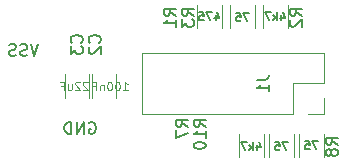
<source format=gbo>
G04 #@! TF.FileFunction,Legend,Bot*
%FSLAX46Y46*%
G04 Gerber Fmt 4.6, Leading zero omitted, Abs format (unit mm)*
G04 Created by KiCad (PCBNEW 4.0.7) date 12/01/17 22:29:32*
%MOMM*%
%LPD*%
G01*
G04 APERTURE LIST*
%ADD10C,0.100000*%
%ADD11C,0.120000*%
%ADD12C,0.150000*%
%ADD13C,0.130000*%
G04 APERTURE END LIST*
D10*
D11*
X136338000Y-106740000D02*
X136338000Y-101540000D01*
X149098000Y-106740000D02*
X136338000Y-106740000D01*
X151698000Y-101540000D02*
X136338000Y-101540000D01*
X149098000Y-106740000D02*
X149098000Y-104140000D01*
X149098000Y-104140000D02*
X151698000Y-104140000D01*
X151698000Y-104140000D02*
X151698000Y-101540000D01*
X150368000Y-106740000D02*
X151698000Y-106740000D01*
X151698000Y-106740000D02*
X151698000Y-105410000D01*
X140916000Y-97478000D02*
X140916000Y-99478000D01*
X143056000Y-99478000D02*
X143056000Y-97478000D01*
X148644000Y-99478000D02*
X148644000Y-97478000D01*
X146504000Y-97478000D02*
X146504000Y-99478000D01*
X143710000Y-97478000D02*
X143710000Y-99478000D01*
X145850000Y-99478000D02*
X145850000Y-97478000D01*
X146612000Y-110400000D02*
X146612000Y-108400000D01*
X144472000Y-108400000D02*
X144472000Y-110400000D01*
X151692000Y-110400000D02*
X151692000Y-108400000D01*
X149552000Y-108400000D02*
X149552000Y-110400000D01*
X149152000Y-110400000D02*
X149152000Y-108400000D01*
X147012000Y-108400000D02*
X147012000Y-110400000D01*
X132076000Y-105370000D02*
X132076000Y-103370000D01*
X134116000Y-103370000D02*
X134116000Y-105370000D01*
X129790000Y-105370000D02*
X129790000Y-103370000D01*
X131830000Y-103370000D02*
X131830000Y-105370000D01*
D12*
X146010381Y-103806667D02*
X146724667Y-103806667D01*
X146867524Y-103759047D01*
X146962762Y-103663809D01*
X147010381Y-103520952D01*
X147010381Y-103425714D01*
X147010381Y-104806667D02*
X147010381Y-104235238D01*
X147010381Y-104520952D02*
X146010381Y-104520952D01*
X146153238Y-104425714D01*
X146248476Y-104330476D01*
X146296095Y-104235238D01*
X139136381Y-98385334D02*
X138660190Y-98052000D01*
X139136381Y-97813905D02*
X138136381Y-97813905D01*
X138136381Y-98194858D01*
X138184000Y-98290096D01*
X138231619Y-98337715D01*
X138326857Y-98385334D01*
X138469714Y-98385334D01*
X138564952Y-98337715D01*
X138612571Y-98290096D01*
X138660190Y-98194858D01*
X138660190Y-97813905D01*
X139136381Y-99337715D02*
X139136381Y-98766286D01*
X139136381Y-99052000D02*
X138136381Y-99052000D01*
X138279238Y-98956762D01*
X138374476Y-98861524D01*
X138422095Y-98766286D01*
D13*
X142519333Y-98328000D02*
X142519333Y-98794667D01*
X142686000Y-98061333D02*
X142852667Y-98561333D01*
X142419333Y-98561333D01*
X142219333Y-98094667D02*
X141752666Y-98094667D01*
X142052666Y-98794667D01*
X141152666Y-98094667D02*
X141485999Y-98094667D01*
X141519333Y-98428000D01*
X141485999Y-98394667D01*
X141419333Y-98361333D01*
X141252666Y-98361333D01*
X141185999Y-98394667D01*
X141152666Y-98428000D01*
X141119333Y-98494667D01*
X141119333Y-98661333D01*
X141152666Y-98728000D01*
X141185999Y-98761333D01*
X141252666Y-98794667D01*
X141419333Y-98794667D01*
X141485999Y-98761333D01*
X141519333Y-98728000D01*
D12*
X149804381Y-98385334D02*
X149328190Y-98052000D01*
X149804381Y-97813905D02*
X148804381Y-97813905D01*
X148804381Y-98194858D01*
X148852000Y-98290096D01*
X148899619Y-98337715D01*
X148994857Y-98385334D01*
X149137714Y-98385334D01*
X149232952Y-98337715D01*
X149280571Y-98290096D01*
X149328190Y-98194858D01*
X149328190Y-97813905D01*
X148899619Y-98766286D02*
X148852000Y-98813905D01*
X148804381Y-98909143D01*
X148804381Y-99147239D01*
X148852000Y-99242477D01*
X148899619Y-99290096D01*
X148994857Y-99337715D01*
X149090095Y-99337715D01*
X149232952Y-99290096D01*
X149804381Y-98718667D01*
X149804381Y-99337715D01*
D13*
X148057333Y-98328000D02*
X148057333Y-98794667D01*
X148224000Y-98061333D02*
X148390667Y-98561333D01*
X147957333Y-98561333D01*
X147690666Y-98794667D02*
X147690666Y-98094667D01*
X147624000Y-98528000D02*
X147424000Y-98794667D01*
X147424000Y-98328000D02*
X147690666Y-98594667D01*
X147190666Y-98094667D02*
X146723999Y-98094667D01*
X147023999Y-98794667D01*
D12*
X140660381Y-98385334D02*
X140184190Y-98052000D01*
X140660381Y-97813905D02*
X139660381Y-97813905D01*
X139660381Y-98194858D01*
X139708000Y-98290096D01*
X139755619Y-98337715D01*
X139850857Y-98385334D01*
X139993714Y-98385334D01*
X140088952Y-98337715D01*
X140136571Y-98290096D01*
X140184190Y-98194858D01*
X140184190Y-97813905D01*
X139660381Y-98718667D02*
X139660381Y-99337715D01*
X140041333Y-99004381D01*
X140041333Y-99147239D01*
X140088952Y-99242477D01*
X140136571Y-99290096D01*
X140231810Y-99337715D01*
X140469905Y-99337715D01*
X140565143Y-99290096D01*
X140612762Y-99242477D01*
X140660381Y-99147239D01*
X140660381Y-98861524D01*
X140612762Y-98766286D01*
X140565143Y-98718667D01*
D13*
X145346667Y-98168667D02*
X144880000Y-98168667D01*
X145180000Y-98868667D01*
X144280000Y-98168667D02*
X144613333Y-98168667D01*
X144646667Y-98502000D01*
X144613333Y-98468667D01*
X144546667Y-98435333D01*
X144380000Y-98435333D01*
X144313333Y-98468667D01*
X144280000Y-98502000D01*
X144246667Y-98568667D01*
X144246667Y-98735333D01*
X144280000Y-98802000D01*
X144313333Y-98835333D01*
X144380000Y-98868667D01*
X144546667Y-98868667D01*
X144613333Y-98835333D01*
X144646667Y-98802000D01*
D12*
X140152381Y-107783334D02*
X139676190Y-107450000D01*
X140152381Y-107211905D02*
X139152381Y-107211905D01*
X139152381Y-107592858D01*
X139200000Y-107688096D01*
X139247619Y-107735715D01*
X139342857Y-107783334D01*
X139485714Y-107783334D01*
X139580952Y-107735715D01*
X139628571Y-107688096D01*
X139676190Y-107592858D01*
X139676190Y-107211905D01*
X139152381Y-108116667D02*
X139152381Y-108783334D01*
X140152381Y-108354762D01*
D13*
X146025333Y-109324000D02*
X146025333Y-109790667D01*
X146192000Y-109057333D02*
X146358667Y-109557333D01*
X145925333Y-109557333D01*
X145658666Y-109790667D02*
X145658666Y-109090667D01*
X145592000Y-109524000D02*
X145392000Y-109790667D01*
X145392000Y-109324000D02*
X145658666Y-109590667D01*
X145158666Y-109090667D02*
X144691999Y-109090667D01*
X144991999Y-109790667D01*
D12*
X152852381Y-109307334D02*
X152376190Y-108974000D01*
X152852381Y-108735905D02*
X151852381Y-108735905D01*
X151852381Y-109116858D01*
X151900000Y-109212096D01*
X151947619Y-109259715D01*
X152042857Y-109307334D01*
X152185714Y-109307334D01*
X152280952Y-109259715D01*
X152328571Y-109212096D01*
X152376190Y-109116858D01*
X152376190Y-108735905D01*
X152280952Y-109878762D02*
X152233333Y-109783524D01*
X152185714Y-109735905D01*
X152090476Y-109688286D01*
X152042857Y-109688286D01*
X151947619Y-109735905D01*
X151900000Y-109783524D01*
X151852381Y-109878762D01*
X151852381Y-110069239D01*
X151900000Y-110164477D01*
X151947619Y-110212096D01*
X152042857Y-110259715D01*
X152090476Y-110259715D01*
X152185714Y-110212096D01*
X152233333Y-110164477D01*
X152280952Y-110069239D01*
X152280952Y-109878762D01*
X152328571Y-109783524D01*
X152376190Y-109735905D01*
X152471429Y-109688286D01*
X152661905Y-109688286D01*
X152757143Y-109735905D01*
X152804762Y-109783524D01*
X152852381Y-109878762D01*
X152852381Y-110069239D01*
X152804762Y-110164477D01*
X152757143Y-110212096D01*
X152661905Y-110259715D01*
X152471429Y-110259715D01*
X152376190Y-110212096D01*
X152328571Y-110164477D01*
X152280952Y-110069239D01*
D13*
X151188667Y-109016667D02*
X150722000Y-109016667D01*
X151022000Y-109716667D01*
X150122000Y-109016667D02*
X150455333Y-109016667D01*
X150488667Y-109350000D01*
X150455333Y-109316667D01*
X150388667Y-109283333D01*
X150222000Y-109283333D01*
X150155333Y-109316667D01*
X150122000Y-109350000D01*
X150088667Y-109416667D01*
X150088667Y-109583333D01*
X150122000Y-109650000D01*
X150155333Y-109683333D01*
X150222000Y-109716667D01*
X150388667Y-109716667D01*
X150455333Y-109683333D01*
X150488667Y-109650000D01*
D12*
X141676381Y-107783333D02*
X141200190Y-107449999D01*
X141676381Y-107211904D02*
X140676381Y-107211904D01*
X140676381Y-107592857D01*
X140724000Y-107688095D01*
X140771619Y-107735714D01*
X140866857Y-107783333D01*
X141009714Y-107783333D01*
X141104952Y-107735714D01*
X141152571Y-107688095D01*
X141200190Y-107592857D01*
X141200190Y-107211904D01*
X141676381Y-108735714D02*
X141676381Y-108164285D01*
X141676381Y-108449999D02*
X140676381Y-108449999D01*
X140819238Y-108354761D01*
X140914476Y-108259523D01*
X140962095Y-108164285D01*
X140676381Y-109354761D02*
X140676381Y-109450000D01*
X140724000Y-109545238D01*
X140771619Y-109592857D01*
X140866857Y-109640476D01*
X141057333Y-109688095D01*
X141295429Y-109688095D01*
X141485905Y-109640476D01*
X141581143Y-109592857D01*
X141628762Y-109545238D01*
X141676381Y-109450000D01*
X141676381Y-109354761D01*
X141628762Y-109259523D01*
X141581143Y-109211904D01*
X141485905Y-109164285D01*
X141295429Y-109116666D01*
X141057333Y-109116666D01*
X140866857Y-109164285D01*
X140771619Y-109211904D01*
X140724000Y-109259523D01*
X140676381Y-109354761D01*
D13*
X148648667Y-109090667D02*
X148182000Y-109090667D01*
X148482000Y-109790667D01*
X147582000Y-109090667D02*
X147915333Y-109090667D01*
X147948667Y-109424000D01*
X147915333Y-109390667D01*
X147848667Y-109357333D01*
X147682000Y-109357333D01*
X147615333Y-109390667D01*
X147582000Y-109424000D01*
X147548667Y-109490667D01*
X147548667Y-109657333D01*
X147582000Y-109724000D01*
X147615333Y-109757333D01*
X147682000Y-109790667D01*
X147848667Y-109790667D01*
X147915333Y-109757333D01*
X147948667Y-109724000D01*
D12*
X131825904Y-107450000D02*
X131921142Y-107402381D01*
X132063999Y-107402381D01*
X132206857Y-107450000D01*
X132302095Y-107545238D01*
X132349714Y-107640476D01*
X132397333Y-107830952D01*
X132397333Y-107973810D01*
X132349714Y-108164286D01*
X132302095Y-108259524D01*
X132206857Y-108354762D01*
X132063999Y-108402381D01*
X131968761Y-108402381D01*
X131825904Y-108354762D01*
X131778285Y-108307143D01*
X131778285Y-107973810D01*
X131968761Y-107973810D01*
X131349714Y-108402381D02*
X131349714Y-107402381D01*
X130778285Y-108402381D01*
X130778285Y-107402381D01*
X130302095Y-108402381D02*
X130302095Y-107402381D01*
X130064000Y-107402381D01*
X129921142Y-107450000D01*
X129825904Y-107545238D01*
X129778285Y-107640476D01*
X129730666Y-107830952D01*
X129730666Y-107973810D01*
X129778285Y-108164286D01*
X129825904Y-108259524D01*
X129921142Y-108354762D01*
X130064000Y-108402381D01*
X130302095Y-108402381D01*
X127523714Y-100798381D02*
X127190381Y-101798381D01*
X126857047Y-100798381D01*
X126571333Y-101750762D02*
X126428476Y-101798381D01*
X126190380Y-101798381D01*
X126095142Y-101750762D01*
X126047523Y-101703143D01*
X125999904Y-101607905D01*
X125999904Y-101512667D01*
X126047523Y-101417429D01*
X126095142Y-101369810D01*
X126190380Y-101322190D01*
X126380857Y-101274571D01*
X126476095Y-101226952D01*
X126523714Y-101179333D01*
X126571333Y-101084095D01*
X126571333Y-100988857D01*
X126523714Y-100893619D01*
X126476095Y-100846000D01*
X126380857Y-100798381D01*
X126142761Y-100798381D01*
X125999904Y-100846000D01*
X125618952Y-101750762D02*
X125476095Y-101798381D01*
X125237999Y-101798381D01*
X125142761Y-101750762D01*
X125095142Y-101703143D01*
X125047523Y-101607905D01*
X125047523Y-101512667D01*
X125095142Y-101417429D01*
X125142761Y-101369810D01*
X125237999Y-101322190D01*
X125428476Y-101274571D01*
X125523714Y-101226952D01*
X125571333Y-101179333D01*
X125618952Y-101084095D01*
X125618952Y-100988857D01*
X125571333Y-100893619D01*
X125523714Y-100846000D01*
X125428476Y-100798381D01*
X125190380Y-100798381D01*
X125047523Y-100846000D01*
X132691143Y-100671334D02*
X132738762Y-100623715D01*
X132786381Y-100480858D01*
X132786381Y-100385620D01*
X132738762Y-100242762D01*
X132643524Y-100147524D01*
X132548286Y-100099905D01*
X132357810Y-100052286D01*
X132214952Y-100052286D01*
X132024476Y-100099905D01*
X131929238Y-100147524D01*
X131834000Y-100242762D01*
X131786381Y-100385620D01*
X131786381Y-100480858D01*
X131834000Y-100623715D01*
X131881619Y-100671334D01*
X131881619Y-101052286D02*
X131834000Y-101099905D01*
X131786381Y-101195143D01*
X131786381Y-101433239D01*
X131834000Y-101528477D01*
X131881619Y-101576096D01*
X131976857Y-101623715D01*
X132072095Y-101623715D01*
X132214952Y-101576096D01*
X132786381Y-101004667D01*
X132786381Y-101623715D01*
D11*
X134687334Y-104710667D02*
X135087334Y-104710667D01*
X134887334Y-104710667D02*
X134887334Y-104010667D01*
X134954000Y-104110667D01*
X135020667Y-104177333D01*
X135087334Y-104210667D01*
X134254000Y-104010667D02*
X134187333Y-104010667D01*
X134120667Y-104044000D01*
X134087333Y-104077333D01*
X134054000Y-104144000D01*
X134020667Y-104277333D01*
X134020667Y-104444000D01*
X134054000Y-104577333D01*
X134087333Y-104644000D01*
X134120667Y-104677333D01*
X134187333Y-104710667D01*
X134254000Y-104710667D01*
X134320667Y-104677333D01*
X134354000Y-104644000D01*
X134387333Y-104577333D01*
X134420667Y-104444000D01*
X134420667Y-104277333D01*
X134387333Y-104144000D01*
X134354000Y-104077333D01*
X134320667Y-104044000D01*
X134254000Y-104010667D01*
X133587333Y-104010667D02*
X133520666Y-104010667D01*
X133454000Y-104044000D01*
X133420666Y-104077333D01*
X133387333Y-104144000D01*
X133354000Y-104277333D01*
X133354000Y-104444000D01*
X133387333Y-104577333D01*
X133420666Y-104644000D01*
X133454000Y-104677333D01*
X133520666Y-104710667D01*
X133587333Y-104710667D01*
X133654000Y-104677333D01*
X133687333Y-104644000D01*
X133720666Y-104577333D01*
X133754000Y-104444000D01*
X133754000Y-104277333D01*
X133720666Y-104144000D01*
X133687333Y-104077333D01*
X133654000Y-104044000D01*
X133587333Y-104010667D01*
X133053999Y-104244000D02*
X133053999Y-104710667D01*
X133053999Y-104310667D02*
X133020666Y-104277333D01*
X132953999Y-104244000D01*
X132853999Y-104244000D01*
X132787333Y-104277333D01*
X132753999Y-104344000D01*
X132753999Y-104710667D01*
X132187333Y-104344000D02*
X132420666Y-104344000D01*
X132420666Y-104710667D02*
X132420666Y-104010667D01*
X132087333Y-104010667D01*
D12*
X131167143Y-100671334D02*
X131214762Y-100623715D01*
X131262381Y-100480858D01*
X131262381Y-100385620D01*
X131214762Y-100242762D01*
X131119524Y-100147524D01*
X131024286Y-100099905D01*
X130833810Y-100052286D01*
X130690952Y-100052286D01*
X130500476Y-100099905D01*
X130405238Y-100147524D01*
X130310000Y-100242762D01*
X130262381Y-100385620D01*
X130262381Y-100480858D01*
X130310000Y-100623715D01*
X130357619Y-100671334D01*
X130262381Y-101004667D02*
X130262381Y-101623715D01*
X130643333Y-101290381D01*
X130643333Y-101433239D01*
X130690952Y-101528477D01*
X130738571Y-101576096D01*
X130833810Y-101623715D01*
X131071905Y-101623715D01*
X131167143Y-101576096D01*
X131214762Y-101528477D01*
X131262381Y-101433239D01*
X131262381Y-101147524D01*
X131214762Y-101052286D01*
X131167143Y-101004667D01*
D11*
X131706000Y-104053333D02*
X131672666Y-104020000D01*
X131606000Y-103986667D01*
X131439333Y-103986667D01*
X131372666Y-104020000D01*
X131339333Y-104053333D01*
X131306000Y-104120000D01*
X131306000Y-104186667D01*
X131339333Y-104286667D01*
X131739333Y-104686667D01*
X131306000Y-104686667D01*
X131039333Y-104053333D02*
X131005999Y-104020000D01*
X130939333Y-103986667D01*
X130772666Y-103986667D01*
X130705999Y-104020000D01*
X130672666Y-104053333D01*
X130639333Y-104120000D01*
X130639333Y-104186667D01*
X130672666Y-104286667D01*
X131072666Y-104686667D01*
X130639333Y-104686667D01*
X130039332Y-104220000D02*
X130039332Y-104686667D01*
X130339332Y-104220000D02*
X130339332Y-104586667D01*
X130305999Y-104653333D01*
X130239332Y-104686667D01*
X130139332Y-104686667D01*
X130072666Y-104653333D01*
X130039332Y-104620000D01*
X129472666Y-104320000D02*
X129705999Y-104320000D01*
X129705999Y-104686667D02*
X129705999Y-103986667D01*
X129372666Y-103986667D01*
M02*

</source>
